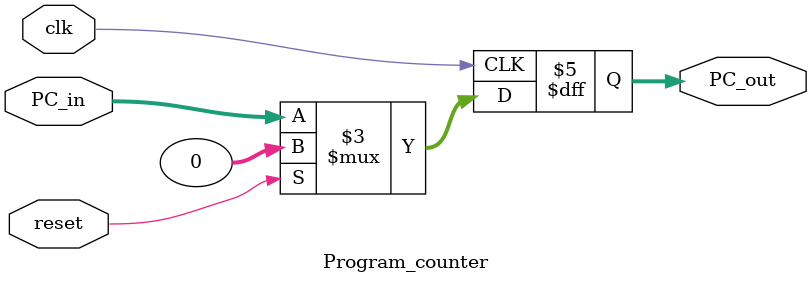
<source format=v>


module Program_counter(clk,reset,PC_in,PC_out);

// declaring input output ports
input clk,reset;  	// single bit inputs
input [31:0] PC_in; 	// 32-bit input 
output reg [31:0] PC_out;	// 32-bit output 

always @ (posedge clk)	// as PC holds the current address of next instruction that needs to be executed at positive or negative edge of the clock. 
begin
if (reset)
PC_out <= 32'h00000000;	// if reset is assertive(logic is high) assign 32-bit zero hex values to PC_out
else
PC_out <= PC_in;	// otherwise PC_in is assigned to PC_out
end
endmodule 
</source>
